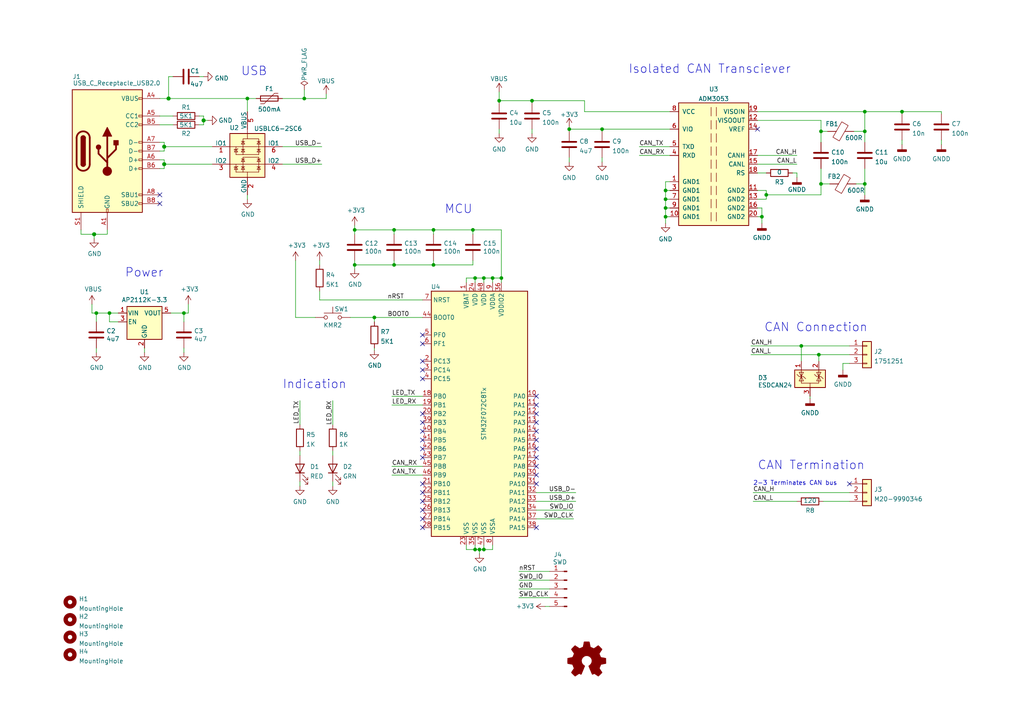
<source format=kicad_sch>
(kicad_sch (version 20210621) (generator eeschema)
  (paper "A4")
  (title_block (title "CANberry") (date "2021-10-02") (rev "0.1") (company "Josh Johnson") (comment 4 "Based on CANtact by Eric Evenchick and CANable Pro by Ethan Zonca"))
  (lib_symbols
    (symbol "Connector:Conn_01x05_Male" (pin_names (offset 1.016) hide)
      (property "Reference" "J" (at 0 7.62 0))
      (property "Value" "Conn_01x05_Male" (at 0 -7.62 0))
      (symbol "Conn_01x05_Male_1_1"
        (pin passive line (at 5.08 5.08 180) (length 3.81) (name "Pin_1") (number "1"))
        (pin passive line (at 5.08 2.54 180) (length 3.81) (name "Pin_2") (number "2"))
        (pin passive line (at 5.08 0 180) (length 3.81) (name "Pin_3") (number "3"))
        (pin passive line (at 5.08 -2.54 180) (length 3.81) (name "Pin_4") (number "4"))
        (pin passive line (at 5.08 -5.08 180) (length 3.81) (name "Pin_5") (number "5"))
      )
    )
    (symbol "Connector:USB_C_Receptacle_USB2.0" (pin_names (offset 1.016))
      (property "Reference" "J" (at -10.16 19.05 0))
      (property "Value" "USB_C_Receptacle_USB2.0" (at 19.05 19.05 0))
      (symbol "USB_C_Receptacle_USB2.0_1_1"
        (pin power_in line (at 0 -22.86 90) (length 5.08) (name "GND") (number "A1"))
        (pin passive line (at 0 -22.86 90) (length 5.08) hide (name "GND") (number "A12"))
        (pin power_in line (at 15.24 15.24 180) (length 5.08) (name "VBUS") (number "A4"))
        (pin bidirectional line (at 15.24 10.16 180) (length 5.08) (name "CC1") (number "A5"))
        (pin bidirectional line (at 15.24 -2.54 180) (length 5.08) (name "D+") (number "A6"))
        (pin bidirectional line (at 15.24 2.54 180) (length 5.08) (name "D-") (number "A7"))
        (pin bidirectional line (at 15.24 -12.7 180) (length 5.08) (name "SBU1") (number "A8"))
        (pin passive line (at 15.24 15.24 180) (length 5.08) hide (name "VBUS") (number "A9"))
        (pin passive line (at 0 -22.86 90) (length 5.08) hide (name "GND") (number "B1"))
        (pin passive line (at 0 -22.86 90) (length 5.08) hide (name "GND") (number "B12"))
        (pin passive line (at 15.24 15.24 180) (length 5.08) hide (name "VBUS") (number "B4"))
        (pin bidirectional line (at 15.24 7.62 180) (length 5.08) (name "CC2") (number "B5"))
        (pin bidirectional line (at 15.24 -5.08 180) (length 5.08) (name "D+") (number "B6"))
        (pin bidirectional line (at 15.24 0 180) (length 5.08) (name "D-") (number "B7"))
        (pin bidirectional line (at 15.24 -15.24 180) (length 5.08) (name "SBU2") (number "B8"))
        (pin passive line (at 15.24 15.24 180) (length 5.08) hide (name "VBUS") (number "B9"))
        (pin passive line (at -7.62 -22.86 90) (length 5.08) (name "SHIELD") (number "S1"))
      )
    )
    (symbol "Connector_Generic:Conn_01x03" (pin_names (offset 1.016) hide)
      (property "Reference" "J" (at 0 5.08 0))
      (property "Value" "Conn_01x03" (at 0 -5.08 0))
      (symbol "Conn_01x03_1_1"
        (pin passive line (at -5.08 2.54 0) (length 3.81) (name "Pin_1") (number "1"))
        (pin passive line (at -5.08 0 0) (length 3.81) (name "Pin_2") (number "2"))
        (pin passive line (at -5.08 -2.54 0) (length 3.81) (name "Pin_3") (number "3"))
      )
    )
    (symbol "Device:C" (pin_numbers hide) (pin_names (offset 0.254))
      (property "Reference" "C" (at 0.635 2.54 0))
      (property "Value" "C" (at 0.635 -2.54 0))
      (symbol "C_1_1"
        (pin passive line (at 0 3.81 270) (length 2.794) (name "~") (number "1"))
        (pin passive line (at 0 -3.81 90) (length 2.794) (name "~") (number "2"))
      )
    )
    (symbol "Device:Ferrite_Bead" (pin_numbers hide) (pin_names (offset 0))
      (property "Reference" "FB" (at -3.81 0.635 90))
      (property "Value" "Ferrite_Bead" (at 3.81 0 90))
      (symbol "Ferrite_Bead_1_1"
        (pin passive line (at 0 3.81 270) (length 2.54) (name "~") (number "1"))
        (pin passive line (at 0 -3.81 90) (length 2.54) (name "~") (number "2"))
      )
    )
    (symbol "Device:LED" (pin_numbers hide) (pin_names (offset 1.016) hide)
      (property "Reference" "D" (at 0 2.54 0))
      (property "Value" "LED" (at 0 -2.54 0))
      (symbol "LED_1_1"
        (pin passive line (at -3.81 0 0) (length 2.54) (name "K") (number "1"))
        (pin passive line (at 3.81 0 180) (length 2.54) (name "A") (number "2"))
      )
    )
    (symbol "Device:Polyfuse" (pin_numbers hide) (pin_names (offset 0))
      (property "Reference" "F" (at -2.54 0 90))
      (property "Value" "Polyfuse" (at 2.54 0 90))
      (symbol "Polyfuse_1_1"
        (pin passive line (at 0 3.81 270) (length 1.27) (name "~") (number "1"))
        (pin passive line (at 0 -3.81 90) (length 1.27) (name "~") (number "2"))
      )
    )
    (symbol "Device:R" (pin_numbers hide) (pin_names (offset 0))
      (property "Reference" "R" (at 2.032 0 90))
      (property "Value" "R" (at 0 0 90))
      (symbol "R_1_1"
        (pin passive line (at 0 3.81 270) (length 1.27) (name "~") (number "1"))
        (pin passive line (at 0 -3.81 90) (length 1.27) (name "~") (number "2"))
      )
    )
    (symbol "Graphic:Logo_Open_Hardware_Small" (pin_names (offset 1.016)))
    (symbol "Interface_CAN_LIN:ADM3053" (pin_names (offset 1.016))
      (property "Reference" "U" (at -10.16 19.05 0))
      (property "Value" "ADM3053" (at 10.16 19.05 0))
      (symbol "ADM3053_1_1"
        (pin power_in line (at -12.7 -5.08 0) (length 2.54) (name "GND1") (number "1"))
        (pin power_in line (at -12.7 -15.24 0) (length 2.54) (name "GND1") (number "10"))
        (pin power_in line (at 12.7 -7.62 180) (length 2.54) (name "GND2") (number "11"))
        (pin power_out line (at 12.7 12.7 180) (length 2.54) (name "VISOOUT") (number "12"))
        (pin power_in line (at 12.7 -10.16 180) (length 2.54) (name "GND2") (number "13"))
        (pin input line (at 12.7 10.16 180) (length 2.54) (name "VREF") (number "14"))
        (pin bidirectional line (at 12.7 0 180) (length 2.54) (name "CANL") (number "15"))
        (pin power_in line (at 12.7 -12.7 180) (length 2.54) (name "GND2") (number "16"))
        (pin bidirectional line (at 12.7 2.54 180) (length 2.54) (name "CANH") (number "17"))
        (pin input line (at 12.7 -2.54 180) (length 2.54) (name "RS") (number "18"))
        (pin power_in line (at 12.7 15.24 180) (length 2.54) (name "VISOIN") (number "19"))
        (pin no_connect line (at -2.54 -17.78 90) (length 2.54) hide (name "NC") (number "2"))
        (pin power_in line (at 12.7 -15.24 180) (length 2.54) (name "GND2") (number "20"))
        (pin power_in line (at -12.7 -7.62 0) (length 2.54) (name "GND1") (number "3"))
        (pin output line (at -12.7 2.54 0) (length 2.54) (name "RXD") (number "4"))
        (pin input line (at -12.7 5.08 0) (length 2.54) (name "TXD") (number "5"))
        (pin power_in line (at -12.7 10.16 0) (length 2.54) (name "VIO") (number "6"))
        (pin power_in line (at -12.7 -10.16 0) (length 2.54) (name "GND1") (number "7"))
        (pin power_in line (at -12.7 15.24 0) (length 2.54) (name "VCC") (number "8"))
        (pin power_in line (at -12.7 -12.7 0) (length 2.54) (name "GND1") (number "9"))
      )
    )
    (symbol "MCU_ST_STM32F0:STM32F072C8Tx"
      (property "Reference" "U" (at -15.24 36.83 0))
      (property "Value" "STM32F072C8Tx" (at 7.62 36.83 0))
      (symbol "STM32F072C8Tx_1_1"
        (pin power_in line (at -5.08 38.1 270) (length 2.54) (name "VBAT") (number "1"))
        (pin bidirectional line (at 15.24 5.08 180) (length 2.54) (name "PA0") (number "10"))
        (pin bidirectional line (at 15.24 2.54 180) (length 2.54) (name "PA1") (number "11"))
        (pin bidirectional line (at 15.24 0 180) (length 2.54) (name "PA2") (number "12"))
        (pin bidirectional line (at 15.24 -2.54 180) (length 2.54) (name "PA3") (number "13"))
        (pin bidirectional line (at 15.24 -5.08 180) (length 2.54) (name "PA4") (number "14"))
        (pin bidirectional line (at 15.24 -7.62 180) (length 2.54) (name "PA5") (number "15"))
        (pin bidirectional line (at 15.24 -10.16 180) (length 2.54) (name "PA6") (number "16"))
        (pin bidirectional line (at 15.24 -12.7 180) (length 2.54) (name "PA7") (number "17"))
        (pin bidirectional line (at -17.78 5.08 0) (length 2.54) (name "PB0") (number "18"))
        (pin bidirectional line (at -17.78 2.54 0) (length 2.54) (name "PB1") (number "19"))
        (pin bidirectional line (at -17.78 15.24 0) (length 2.54) (name "PC13") (number "2"))
        (pin bidirectional line (at -17.78 0 0) (length 2.54) (name "PB2") (number "20"))
        (pin bidirectional line (at -17.78 -20.32 0) (length 2.54) (name "PB10") (number "21"))
        (pin bidirectional line (at -17.78 -22.86 0) (length 2.54) (name "PB11") (number "22"))
        (pin power_in line (at -5.08 -38.1 90) (length 2.54) (name "VSS") (number "23"))
        (pin power_in line (at -2.54 38.1 270) (length 2.54) (name "VDD") (number "24"))
        (pin bidirectional line (at -17.78 -25.4 0) (length 2.54) (name "PB12") (number "25"))
        (pin bidirectional line (at -17.78 -27.94 0) (length 2.54) (name "PB13") (number "26"))
        (pin bidirectional line (at -17.78 -30.48 0) (length 2.54) (name "PB14") (number "27"))
        (pin bidirectional line (at -17.78 -33.02 0) (length 2.54) (name "PB15") (number "28"))
        (pin bidirectional line (at 15.24 -15.24 180) (length 2.54) (name "PA8") (number "29"))
        (pin bidirectional line (at -17.78 12.7 0) (length 2.54) (name "PC14") (number "3"))
        (pin bidirectional line (at 15.24 -17.78 180) (length 2.54) (name "PA9") (number "30"))
        (pin bidirectional line (at 15.24 -20.32 180) (length 2.54) (name "PA10") (number "31"))
        (pin bidirectional line (at 15.24 -22.86 180) (length 2.54) (name "PA11") (number "32"))
        (pin bidirectional line (at 15.24 -25.4 180) (length 2.54) (name "PA12") (number "33"))
        (pin bidirectional line (at 15.24 -27.94 180) (length 2.54) (name "PA13") (number "34"))
        (pin power_in line (at -2.54 -38.1 90) (length 2.54) (name "VSS") (number "35"))
        (pin power_in line (at 5.08 38.1 270) (length 2.54) (name "VDDIO2") (number "36"))
        (pin bidirectional line (at 15.24 -30.48 180) (length 2.54) (name "PA14") (number "37"))
        (pin bidirectional line (at 15.24 -33.02 180) (length 2.54) (name "PA15") (number "38"))
        (pin bidirectional line (at -17.78 -2.54 0) (length 2.54) (name "PB3") (number "39"))
        (pin bidirectional line (at -17.78 10.16 0) (length 2.54) (name "PC15") (number "4"))
        (pin bidirectional line (at -17.78 -5.08 0) (length 2.54) (name "PB4") (number "40"))
        (pin bidirectional line (at -17.78 -7.62 0) (length 2.54) (name "PB5") (number "41"))
        (pin bidirectional line (at -17.78 -10.16 0) (length 2.54) (name "PB6") (number "42"))
        (pin bidirectional line (at -17.78 -12.7 0) (length 2.54) (name "PB7") (number "43"))
        (pin input line (at -17.78 27.94 0) (length 2.54) (name "BOOT0") (number "44"))
        (pin bidirectional line (at -17.78 -15.24 0) (length 2.54) (name "PB8") (number "45"))
        (pin bidirectional line (at -17.78 -17.78 0) (length 2.54) (name "PB9") (number "46"))
        (pin power_in line (at 0 -38.1 90) (length 2.54) (name "VSS") (number "47"))
        (pin power_in line (at 0 38.1 270) (length 2.54) (name "VDD") (number "48"))
        (pin input line (at -17.78 22.86 0) (length 2.54) (name "PF0") (number "5"))
        (pin input line (at -17.78 20.32 0) (length 2.54) (name "PF1") (number "6"))
        (pin input line (at -17.78 33.02 0) (length 2.54) (name "NRST") (number "7"))
        (pin power_in line (at 2.54 -38.1 90) (length 2.54) (name "VSSA") (number "8"))
        (pin power_in line (at 2.54 38.1 270) (length 2.54) (name "VDDA") (number "9"))
      )
    )
    (symbol "Mechanical:MountingHole" (pin_names (offset 1.016))
      (property "Reference" "H" (at 0 5.08 0))
      (property "Value" "MountingHole" (at 0 3.175 0))
    )
    (symbol "Power_Protection:NUP2105L" (pin_names hide)
      (property "Reference" "D" (at 5.715 2.54 0))
      (property "Value" "NUP2105L" (at 5.715 0.635 0))
      (symbol "NUP2105L_0_0"
        (pin passive line (at 0 -5.08 90) (length 2.54) (name "A") (number "3"))
      )
      (symbol "NUP2105L_1_1"
        (pin passive line (at -2.54 5.08 270) (length 2.54) (name "K") (number "1"))
        (pin passive line (at 2.54 5.08 270) (length 2.54) (name "K") (number "2"))
      )
    )
    (symbol "Regulator_Linear:AP2112K-3.3" (pin_names (offset 0.254))
      (property "Reference" "U" (at -5.08 5.715 0))
      (property "Value" "AP2112K-3.3" (at 0 5.715 0))
      (symbol "AP2112K-3.3_1_1"
        (pin power_in line (at -7.62 2.54 0) (length 2.54) (name "VIN") (number "1"))
        (pin power_in line (at 0 -7.62 90) (length 2.54) (name "GND") (number "2"))
        (pin input line (at -7.62 0 0) (length 2.54) (name "EN") (number "3"))
        (pin no_connect line (at 7.62 0 180) (length 2.54) hide (name "NC") (number "4"))
        (pin power_out line (at 7.62 2.54 180) (length 2.54) (name "VOUT") (number "5"))
      )
    )
    (symbol "Switch:SW_Push" (pin_numbers hide) (pin_names (offset 1.016) hide)
      (property "Reference" "SW" (at 1.27 2.54 0))
      (property "Value" "SW_Push" (at 0 -1.524 0))
      (symbol "SW_Push_0_1"
        (pin passive line (at -5.08 0 0) (length 2.54) (name "1") (number "1"))
        (pin passive line (at 5.08 0 180) (length 2.54) (name "2") (number "2"))
      )
    )
    (symbol "josh-ic:USBLC6-2SC6" (pin_names (offset 0))
      (property "Reference" "U" (at -7.62 8.89 0))
      (property "Value" "USBLC6-2SC6" (at 7.62 7.62 0))
      (symbol "USBLC6-2SC6_1_1"
        (pin passive line (at -10.16 2.54 0) (length 5.08) (name "IO1") (number "1"))
        (pin passive line (at 0 -11.43 90) (length 5.08) (name "GND") (number "2"))
        (pin passive line (at -10.16 -2.54 0) (length 5.08) (name "IO2") (number "3"))
        (pin passive line (at 10.16 -2.54 180) (length 5.08) (name "IO2") (number "4"))
        (pin passive line (at 0 12.7 270) (length 5.08) (name "VBUS") (number "5"))
        (pin passive line (at 10.16 2.54 180) (length 5.08) (name "IO1") (number "6"))
      )
    )
    (symbol "power:+3V3" (power) (pin_names (offset 0))
      (property "Value" "+3V3" (at 0 3.556 0))
      (symbol "+3V3_1_1"
        (pin power_in line (at 0 0 90) (length 0) hide (name "+3V3") (number "1"))
      )
    )
    (symbol "power:GND" (power) (pin_names (offset 0))
      (property "Value" "GND" (at 0 -3.81 0))
      (symbol "GND_1_1"
        (pin power_in line (at 0 0 270) (length 0) hide (name "GND") (number "1"))
      )
    )
    (symbol "power:GNDD" (power) (pin_names (offset 0))
      (property "Value" "GNDD" (at 0 -3.175 0))
      (symbol "GNDD_1_1"
        (pin power_in line (at 0 0 270) (length 0) hide (name "GNDD") (number "1"))
      )
    )
    (symbol "power:PWR_FLAG" (power) (pin_numbers hide) (pin_names (offset 0) hide)
      (property "Value" "PWR_FLAG" (at 0 3.81 0))
      (symbol "PWR_FLAG_0_0"
        (pin power_out line (at 0 0 90) (length 0) (name "pwr") (number "1"))
      )
    )
    (symbol "power:VBUS" (power) (pin_names (offset 0))
      (property "Value" "VBUS" (at 0 3.81 0))
      (symbol "VBUS_1_1"
        (pin power_in line (at 0 0 90) (length 0) hide (name "VBUS") (number "1"))
      )
    )
  )
  (junction (at 27.305 67.945) (diameter 1.016))
  (junction (at 27.94 90.805))
  (junction (at 31.75 90.805))
  (junction (at 47.625 42.545) (diameter 1.016))
  (junction (at 47.625 47.625) (diameter 1.016))
  (junction (at 48.895 28.575) (diameter 1.016))
  (junction (at 53.34 90.805))
  (junction (at 59.055 34.925) (diameter 1.016))
  (junction (at 71.755 28.575))
  (junction (at 88.265 28.575))
  (junction (at 102.87 66.675))
  (junction (at 102.87 76.835))
  (junction (at 108.585 92.075))
  (junction (at 114.3 66.675))
  (junction (at 114.3 76.835))
  (junction (at 125.73 66.675))
  (junction (at 125.73 76.835))
  (junction (at 137.16 66.675))
  (junction (at 137.795 80.645))
  (junction (at 137.795 159.385))
  (junction (at 139.065 159.385))
  (junction (at 140.335 80.645))
  (junction (at 140.335 159.385))
  (junction (at 142.875 80.645))
  (junction (at 144.78 29.21))
  (junction (at 145.415 80.645))
  (junction (at 154.305 29.21))
  (junction (at 165.1 37.465))
  (junction (at 174.625 37.465))
  (junction (at 193.04 55.245))
  (junction (at 193.04 57.785))
  (junction (at 193.04 60.325))
  (junction (at 193.04 62.865))
  (junction (at 220.98 62.865))
  (junction (at 222.25 56.515))
  (junction (at 232.41 100.33))
  (junction (at 237.49 102.87))
  (junction (at 238.125 38.1))
  (junction (at 238.125 53.34))
  (junction (at 250.825 32.385))
  (junction (at 250.825 38.1))
  (junction (at 250.825 53.34))
  (junction (at 261.62 32.385))
  (no_connect (at 46.355 56.515))
  (no_connect (at 46.355 59.055))
  (no_connect (at 122.555 97.155))
  (no_connect (at 122.555 99.695))
  (no_connect (at 122.555 104.775))
  (no_connect (at 122.555 107.315))
  (no_connect (at 122.555 109.855))
  (no_connect (at 122.555 120.015))
  (no_connect (at 122.555 122.555))
  (no_connect (at 122.555 125.095))
  (no_connect (at 122.555 127.635))
  (no_connect (at 122.555 130.175))
  (no_connect (at 122.555 132.715))
  (no_connect (at 122.555 140.335))
  (no_connect (at 122.555 142.875))
  (no_connect (at 122.555 145.415))
  (no_connect (at 122.555 147.955))
  (no_connect (at 122.555 150.495))
  (no_connect (at 122.555 153.035))
  (no_connect (at 155.575 114.935))
  (no_connect (at 155.575 117.475))
  (no_connect (at 155.575 120.015))
  (no_connect (at 155.575 122.555))
  (no_connect (at 155.575 125.095))
  (no_connect (at 155.575 127.635))
  (no_connect (at 155.575 130.175))
  (no_connect (at 155.575 132.715))
  (no_connect (at 155.575 135.255))
  (no_connect (at 155.575 137.795))
  (no_connect (at 155.575 140.335))
  (no_connect (at 155.575 153.035))
  (no_connect (at 219.71 37.465))
  (no_connect (at 246.38 140.335))
  (wire (pts (xy 23.495 66.675) (xy 23.495 67.945)))
  (wire (pts (xy 23.495 67.945) (xy 27.305 67.945)))
  (wire (pts (xy 26.67 90.805) (xy 26.67 88.265)))
  (wire (pts (xy 27.305 67.945) (xy 31.115 67.945)))
  (wire (pts (xy 27.305 69.215) (xy 27.305 67.945)))
  (wire (pts (xy 27.94 90.805) (xy 26.67 90.805)))
  (wire (pts (xy 27.94 90.805) (xy 31.75 90.805)))
  (wire (pts (xy 27.94 93.345) (xy 27.94 90.805)))
  (wire (pts (xy 27.94 102.235) (xy 27.94 100.965)))
  (wire (pts (xy 31.115 67.945) (xy 31.115 66.675)))
  (wire (pts (xy 31.75 93.345) (xy 31.75 90.805)))
  (wire (pts (xy 34.29 90.805) (xy 31.75 90.805)))
  (wire (pts (xy 34.29 93.345) (xy 31.75 93.345)))
  (wire (pts (xy 41.91 100.965) (xy 41.91 102.235)))
  (wire (pts (xy 46.355 28.575) (xy 48.895 28.575)))
  (wire (pts (xy 46.355 41.275) (xy 47.625 41.275)))
  (wire (pts (xy 46.355 46.355) (xy 47.625 46.355)))
  (wire (pts (xy 47.625 41.275) (xy 47.625 42.545)))
  (wire (pts (xy 47.625 42.545) (xy 47.625 43.815)))
  (wire (pts (xy 47.625 42.545) (xy 61.595 42.545)))
  (wire (pts (xy 47.625 43.815) (xy 46.355 43.815)))
  (wire (pts (xy 47.625 46.355) (xy 47.625 47.625)))
  (wire (pts (xy 47.625 47.625) (xy 47.625 48.895)))
  (wire (pts (xy 47.625 47.625) (xy 61.595 47.625)))
  (wire (pts (xy 47.625 48.895) (xy 46.355 48.895)))
  (wire (pts (xy 48.895 22.225) (xy 48.895 28.575)))
  (wire (pts (xy 48.895 28.575) (xy 71.755 28.575)))
  (wire (pts (xy 49.53 90.805) (xy 53.34 90.805)))
  (wire (pts (xy 50.165 22.225) (xy 48.895 22.225)))
  (wire (pts (xy 50.165 33.655) (xy 46.355 33.655)))
  (wire (pts (xy 50.165 36.195) (xy 46.355 36.195)))
  (wire (pts (xy 53.34 90.805) (xy 54.61 90.805)))
  (wire (pts (xy 53.34 93.345) (xy 53.34 90.805)))
  (wire (pts (xy 53.34 102.235) (xy 53.34 100.965)))
  (wire (pts (xy 54.61 90.805) (xy 54.61 88.265)))
  (wire (pts (xy 57.785 22.225) (xy 59.055 22.225)))
  (wire (pts (xy 57.785 33.655) (xy 59.055 33.655)))
  (wire (pts (xy 57.785 36.195) (xy 59.055 36.195)))
  (wire (pts (xy 59.055 33.655) (xy 59.055 34.925)))
  (wire (pts (xy 59.055 34.925) (xy 59.055 36.195)))
  (wire (pts (xy 59.055 34.925) (xy 60.325 34.925)))
  (wire (pts (xy 71.755 28.575) (xy 71.755 32.385)))
  (wire (pts (xy 71.755 28.575) (xy 74.295 28.575)))
  (wire (pts (xy 71.755 56.515) (xy 71.755 57.785)))
  (wire (pts (xy 81.915 28.575) (xy 88.265 28.575)))
  (wire (pts (xy 81.915 42.545) (xy 93.345 42.545)))
  (wire (pts (xy 81.915 47.625) (xy 93.345 47.625)))
  (wire (pts (xy 85.725 75.565) (xy 85.725 92.075)))
  (wire (pts (xy 86.995 116.205) (xy 86.995 123.19)))
  (wire (pts (xy 86.995 130.81) (xy 86.995 132.08)))
  (wire (pts (xy 86.995 139.7) (xy 86.995 140.97)))
  (wire (pts (xy 88.265 26.035) (xy 88.265 28.575)))
  (wire (pts (xy 88.265 28.575) (xy 94.615 28.575)))
  (wire (pts (xy 91.44 92.075) (xy 85.725 92.075)))
  (wire (pts (xy 92.71 75.565) (xy 92.71 76.835)))
  (wire (pts (xy 92.71 84.455) (xy 92.71 86.995)))
  (wire (pts (xy 92.71 86.995) (xy 122.555 86.995)))
  (wire (pts (xy 94.615 28.575) (xy 94.615 27.305)))
  (wire (pts (xy 96.52 116.205) (xy 96.52 123.19)))
  (wire (pts (xy 96.52 130.81) (xy 96.52 132.08)))
  (wire (pts (xy 96.52 139.7) (xy 96.52 140.97)))
  (wire (pts (xy 101.6 92.075) (xy 108.585 92.075)))
  (wire (pts (xy 102.87 66.675) (xy 102.87 65.405)))
  (wire (pts (xy 102.87 66.675) (xy 102.87 67.945)))
  (wire (pts (xy 102.87 75.565) (xy 102.87 76.835)))
  (wire (pts (xy 102.87 76.835) (xy 114.3 76.835)))
  (wire (pts (xy 102.87 78.105) (xy 102.87 76.835)))
  (wire (pts (xy 108.585 92.075) (xy 122.555 92.075)))
  (wire (pts (xy 108.585 93.345) (xy 108.585 92.075)))
  (wire (pts (xy 108.585 100.965) (xy 108.585 101.6)))
  (wire (pts (xy 113.665 114.935) (xy 122.555 114.935)))
  (wire (pts (xy 113.665 117.475) (xy 122.555 117.475)))
  (wire (pts (xy 113.665 135.255) (xy 122.555 135.255)))
  (wire (pts (xy 113.665 137.795) (xy 122.555 137.795)))
  (wire (pts (xy 114.3 66.675) (xy 102.87 66.675)))
  (wire (pts (xy 114.3 66.675) (xy 114.3 67.945)))
  (wire (pts (xy 114.3 75.565) (xy 114.3 76.835)))
  (wire (pts (xy 114.3 76.835) (xy 125.73 76.835)))
  (wire (pts (xy 125.73 66.675) (xy 114.3 66.675)))
  (wire (pts (xy 125.73 67.945) (xy 125.73 66.675)))
  (wire (pts (xy 125.73 75.565) (xy 125.73 76.835)))
  (wire (pts (xy 125.73 76.835) (xy 137.16 76.835)))
  (wire (pts (xy 135.255 80.645) (xy 137.795 80.645)))
  (wire (pts (xy 135.255 81.915) (xy 135.255 80.645)))
  (wire (pts (xy 135.255 158.115) (xy 135.255 159.385)))
  (wire (pts (xy 135.255 159.385) (xy 137.795 159.385)))
  (wire (pts (xy 137.16 66.675) (xy 125.73 66.675)))
  (wire (pts (xy 137.16 66.675) (xy 137.16 67.945)))
  (wire (pts (xy 137.16 66.675) (xy 145.415 66.675)))
  (wire (pts (xy 137.16 76.835) (xy 137.16 75.565)))
  (wire (pts (xy 137.795 80.645) (xy 140.335 80.645)))
  (wire (pts (xy 137.795 81.915) (xy 137.795 80.645)))
  (wire (pts (xy 137.795 158.115) (xy 137.795 159.385)))
  (wire (pts (xy 137.795 159.385) (xy 139.065 159.385)))
  (wire (pts (xy 139.065 159.385) (xy 140.335 159.385)))
  (wire (pts (xy 139.065 160.655) (xy 139.065 159.385)))
  (wire (pts (xy 140.335 80.645) (xy 142.875 80.645)))
  (wire (pts (xy 140.335 81.915) (xy 140.335 80.645)))
  (wire (pts (xy 140.335 158.115) (xy 140.335 159.385)))
  (wire (pts (xy 140.335 159.385) (xy 142.875 159.385)))
  (wire (pts (xy 142.875 80.645) (xy 145.415 80.645)))
  (wire (pts (xy 142.875 81.915) (xy 142.875 80.645)))
  (wire (pts (xy 142.875 159.385) (xy 142.875 158.115)))
  (wire (pts (xy 144.78 26.67) (xy 144.78 29.21)))
  (wire (pts (xy 144.78 29.21) (xy 144.78 29.845)))
  (wire (pts (xy 144.78 37.465) (xy 144.78 38.735)))
  (wire (pts (xy 145.415 66.675) (xy 145.415 80.645)))
  (wire (pts (xy 145.415 80.645) (xy 145.415 81.915)))
  (wire (pts (xy 150.495 168.275) (xy 159.385 168.275)))
  (wire (pts (xy 150.495 173.355) (xy 159.385 173.355)))
  (wire (pts (xy 154.305 29.21) (xy 144.78 29.21)))
  (wire (pts (xy 154.305 29.21) (xy 154.305 29.845)))
  (wire (pts (xy 154.305 29.21) (xy 169.545 29.21)))
  (wire (pts (xy 154.305 37.465) (xy 154.305 38.735)))
  (wire (pts (xy 155.575 142.875) (xy 167.005 142.875)))
  (wire (pts (xy 155.575 145.415) (xy 167.005 145.415)))
  (wire (pts (xy 155.575 147.955) (xy 166.37 147.955)))
  (wire (pts (xy 155.575 150.495) (xy 166.37 150.495)))
  (wire (pts (xy 159.385 165.735) (xy 150.495 165.735)))
  (wire (pts (xy 159.385 170.815) (xy 150.495 170.815)))
  (wire (pts (xy 159.385 175.895) (xy 158.115 175.895)))
  (wire (pts (xy 165.1 36.83) (xy 165.1 37.465)))
  (wire (pts (xy 165.1 37.465) (xy 165.1 38.1)))
  (wire (pts (xy 165.1 45.72) (xy 165.1 46.99)))
  (wire (pts (xy 169.545 29.21) (xy 169.545 32.385)))
  (wire (pts (xy 169.545 32.385) (xy 194.31 32.385)))
  (wire (pts (xy 174.625 37.465) (xy 165.1 37.465)))
  (wire (pts (xy 174.625 37.465) (xy 174.625 38.1)))
  (wire (pts (xy 174.625 37.465) (xy 194.31 37.465)))
  (wire (pts (xy 174.625 45.72) (xy 174.625 46.99)))
  (wire (pts (xy 185.42 42.545) (xy 194.31 42.545)))
  (wire (pts (xy 185.42 45.085) (xy 194.31 45.085)))
  (wire (pts (xy 193.04 52.705) (xy 193.04 55.245)))
  (wire (pts (xy 193.04 55.245) (xy 193.04 57.785)))
  (wire (pts (xy 193.04 55.245) (xy 194.31 55.245)))
  (wire (pts (xy 193.04 57.785) (xy 193.04 60.325)))
  (wire (pts (xy 193.04 57.785) (xy 194.31 57.785)))
  (wire (pts (xy 193.04 60.325) (xy 193.04 62.865)))
  (wire (pts (xy 193.04 60.325) (xy 194.31 60.325)))
  (wire (pts (xy 193.04 62.865) (xy 193.04 64.77)))
  (wire (pts (xy 193.04 62.865) (xy 194.31 62.865)))
  (wire (pts (xy 194.31 52.705) (xy 193.04 52.705)))
  (wire (pts (xy 217.805 100.33) (xy 232.41 100.33)))
  (wire (pts (xy 217.805 102.87) (xy 237.49 102.87)))
  (wire (pts (xy 218.44 142.875) (xy 246.38 142.875)))
  (wire (pts (xy 218.44 145.415) (xy 231.14 145.415)))
  (wire (pts (xy 219.71 32.385) (xy 250.825 32.385)))
  (wire (pts (xy 219.71 45.085) (xy 231.14 45.085)))
  (wire (pts (xy 219.71 47.625) (xy 231.14 47.625)))
  (wire (pts (xy 219.71 50.165) (xy 222.25 50.165)))
  (wire (pts (xy 219.71 55.245) (xy 222.25 55.245)))
  (wire (pts (xy 219.71 57.785) (xy 222.25 57.785)))
  (wire (pts (xy 219.71 60.325) (xy 220.98 60.325)))
  (wire (pts (xy 219.71 62.865) (xy 220.98 62.865)))
  (wire (pts (xy 220.98 62.865) (xy 220.98 60.325)))
  (wire (pts (xy 220.98 64.77) (xy 220.98 62.865)))
  (wire (pts (xy 222.25 55.245) (xy 222.25 56.515)))
  (wire (pts (xy 222.25 56.515) (xy 222.25 57.785)))
  (wire (pts (xy 222.25 56.515) (xy 238.125 56.515)))
  (wire (pts (xy 231.14 50.165) (xy 229.87 50.165)))
  (wire (pts (xy 231.14 51.435) (xy 231.14 50.165)))
  (wire (pts (xy 232.41 100.33) (xy 232.41 104.775)))
  (wire (pts (xy 232.41 100.33) (xy 246.38 100.33)))
  (wire (pts (xy 234.95 114.935) (xy 234.95 115.57)))
  (wire (pts (xy 237.49 102.87) (xy 237.49 104.775)))
  (wire (pts (xy 237.49 102.87) (xy 246.38 102.87)))
  (wire (pts (xy 238.125 34.925) (xy 219.71 34.925)))
  (wire (pts (xy 238.125 38.1) (xy 238.125 34.925)))
  (wire (pts (xy 238.125 38.1) (xy 238.125 41.275)))
  (wire (pts (xy 238.125 48.895) (xy 238.125 53.34)))
  (wire (pts (xy 238.125 53.34) (xy 240.665 53.34)))
  (wire (pts (xy 238.125 56.515) (xy 238.125 53.34)))
  (wire (pts (xy 238.76 145.415) (xy 246.38 145.415)))
  (wire (pts (xy 240.03 38.1) (xy 238.125 38.1)))
  (wire (pts (xy 244.475 105.41) (xy 244.475 107.315)))
  (wire (pts (xy 246.38 105.41) (xy 244.475 105.41)))
  (wire (pts (xy 248.285 53.34) (xy 250.825 53.34)))
  (wire (pts (xy 250.825 32.385) (xy 250.825 38.1)))
  (wire (pts (xy 250.825 32.385) (xy 261.62 32.385)))
  (wire (pts (xy 250.825 38.1) (xy 247.65 38.1)))
  (wire (pts (xy 250.825 41.275) (xy 250.825 38.1)))
  (wire (pts (xy 250.825 53.34) (xy 250.825 48.895)))
  (wire (pts (xy 250.825 53.34) (xy 250.825 56.515)))
  (wire (pts (xy 261.62 32.385) (xy 261.62 33.02)))
  (wire (pts (xy 261.62 40.64) (xy 261.62 41.91)))
  (wire (pts (xy 273.05 32.385) (xy 261.62 32.385)))
  (wire (pts (xy 273.05 33.02) (xy 273.05 32.385)))
  (wire (pts (xy 273.05 40.64) (xy 273.05 41.91)))
  (text "Power" (at 36.195 80.645 0) (effects (font (size 2.5 2.5)) (justify left bottom)))
  (text "USB" (at 69.85 22.225 0) (effects (font (size 2.5 2.5)) (justify left bottom)))
  (text "Indication" (at 81.915 113.03 0) (effects (font (size 2.5 2.5)) (justify left bottom)))
  (text "MCU" (at 128.905 62.23 0) (effects (font (size 2.5 2.5)) (justify left bottom)))
  (text "Isolated CAN Transciever" (at 182.245 21.59 0) (effects (font (size 2.5 2.5)) (justify left bottom)))
  (text "2-3 Terminates CAN bus" (at 218.44 140.97 0) (effects (font (size 1.27 1.27)) (justify left bottom)))
  (text "CAN Termination" (at 219.71 136.525 0) (effects (font (size 2.5 2.5)) (justify left bottom)))
  (text "CAN Connection" (at 221.615 96.52 0) (effects (font (size 2.5 2.5)) (justify left bottom)))
  (label "LED_TX" (at 86.995 116.205 270))
  (label "USB_D-" (at 93.345 42.545 180))
  (label "USB_D+" (at 93.345 47.625 180))
  (label "LED_RX" (at 96.52 116.205 270))
  (label "nRST" (at 112.395 86.995 0))
  (label "BOOT0" (at 112.395 92.075 0))
  (label "LED_TX" (at 113.665 114.935 0))
  (label "LED_RX" (at 113.665 117.475 0))
  (label "CAN_RX" (at 113.665 135.255 0))
  (label "CAN_TX" (at 113.665 137.795 0))
  (label "nRST" (at 150.495 165.735 0))
  (label "SWD_IO" (at 150.495 168.275 0))
  (label "GND" (at 150.495 170.815 0))
  (label "SWD_CLK" (at 150.495 173.355 0))
  (label "SWD_IO" (at 166.37 147.955 180))
  (label "SWD_CLK" (at 166.37 150.495 180))
  (label "USB_D-" (at 167.005 142.875 180))
  (label "USB_D+" (at 167.005 145.415 180))
  (label "CAN_TX" (at 185.42 42.545 0))
  (label "CAN_RX" (at 185.42 45.085 0))
  (label "CAN_H" (at 217.805 100.33 0))
  (label "CAN_L" (at 217.805 102.87 0))
  (label "CAN_H" (at 218.44 142.875 0))
  (label "CAN_L" (at 218.44 145.415 0))
  (label "CAN_H" (at 231.14 45.085 180))
  (label "CAN_L" (at 231.14 47.625 180))
  (symbol (lib_id "power:VBUS") (at 26.67 88.265 0) (unit 1)
    (property "Reference" "#PWR0125" (effects hide))
    (property "Value" "VBUS" (at 27.051 83.8708 0))
  )
  (symbol (lib_id "power:+3V3") (at 54.61 88.265 0) (unit 1)
    (property "Reference" "#PWR0124" (effects hide))
    (property "Value" "+3V3" (at 54.991 83.8708 0))
  )
  (symbol (lib_id "power:+3V3") (at 85.725 75.565 0) (unit 1)
    (property "Reference" "#PWR0107" (effects hide))
    (property "Value" "+3V3" (at 86.106 71.1708 0))
  )
  (symbol (lib_id "power:+3V3") (at 92.71 75.565 0) (unit 1)
    (property "Reference" "#PWR0106" (effects hide))
    (property "Value" "+3V3" (at 93.091 71.1708 0))
  )
  (symbol (lib_id "power:VBUS") (at 94.615 27.305 0) (unit 1)
    (property "Reference" "#PWR0104" (effects hide))
    (property "Value" "VBUS" (at 94.615 23.495 0))
  )
  (symbol (lib_id "power:+3V3") (at 102.87 65.405 0) (unit 1)
    (property "Reference" "#PWR0112" (effects hide))
    (property "Value" "+3V3" (at 103.251 61.0108 0))
  )
  (symbol (lib_id "power:VBUS") (at 144.78 26.67 0) (unit 1)
    (property "Reference" "#PWR0126" (effects hide))
    (property "Value" "VBUS" (at 144.78 22.86 0))
  )
  (symbol (lib_id "power:+3V3") (at 158.115 175.895 90) (mirror x) (unit 1)
    (property "Reference" "#PWR0114" (effects hide))
    (property "Value" "+3V3" (at 154.9399 175.104 90) (effects (justify left top)))
  )
  (symbol (lib_id "power:+3V3") (at 165.1 36.83 0) (unit 1)
    (property "Reference" "#PWR0118" (effects hide))
    (property "Value" "+3V3" (at 165.1 33.2254 0))
  )
  (symbol (lib_id "power:PWR_FLAG") (at 88.265 26.035 0) (unit 1)
    (property "Reference" "#FLG0101" (effects hide))
    (property "Value" "PWR_FLAG" (at 88.265 18.6204 90))
  )
  (symbol (lib_id "power:GNDD") (at 220.98 64.77 0) (unit 1)
    (property "Reference" "#PWR0116" (effects hide))
    (property "Value" "GNDD" (at 220.98 68.9516 0))
  )
  (symbol (lib_id "power:GNDD") (at 231.14 51.435 0) (unit 1)
    (property "Reference" "#PWR0128" (effects hide))
    (property "Value" "GNDD" (at 231.14 54.9816 0))
  )
  (symbol (lib_id "power:GNDD") (at 234.95 115.57 0) (unit 1)
    (property "Reference" "#PWR0129" (effects hide))
    (property "Value" "GNDD" (at 234.95 119.7516 0))
  )
  (symbol (lib_id "power:GNDD") (at 244.475 107.315 0) (unit 1)
    (property "Reference" "#PWR0130" (effects hide))
    (property "Value" "GNDD" (at 244.475 111.4966 0))
  )
  (symbol (lib_id "power:GNDD") (at 250.825 56.515 0) (unit 1)
    (property "Reference" "#PWR0133" (effects hide))
    (property "Value" "GNDD" (at 250.825 60.6966 0))
  )
  (symbol (lib_id "power:GNDD") (at 261.62 41.91 0) (unit 1)
    (property "Reference" "#PWR0132" (effects hide))
    (property "Value" "GNDD" (at 261.62 46.0916 0))
  )
  (symbol (lib_id "power:GNDD") (at 273.05 41.91 0) (unit 1)
    (property "Reference" "#PWR0131" (effects hide))
    (property "Value" "GNDD" (at 273.05 46.0916 0))
  )
  (symbol (lib_id "power:GND") (at 27.305 69.215 0) (unit 1)
    (property "Reference" "#PWR0101" (effects hide))
    (property "Value" "GND" (at 27.432 73.6092 0))
  )
  (symbol (lib_id "power:GND") (at 27.94 102.235 0) (unit 1)
    (property "Reference" "#PWR0122" (effects hide))
    (property "Value" "GND" (at 28.067 106.6292 0))
  )
  (symbol (lib_id "power:GND") (at 41.91 102.235 0) (unit 1)
    (property "Reference" "#PWR0123" (effects hide))
    (property "Value" "GND" (at 42.037 106.6292 0))
  )
  (symbol (lib_id "power:GND") (at 53.34 102.235 0) (unit 1)
    (property "Reference" "#PWR0121" (effects hide))
    (property "Value" "GND" (at 53.467 106.6292 0))
  )
  (symbol (lib_id "power:GND") (at 59.055 22.225 90) (unit 1)
    (property "Reference" "#PWR0105" (effects hide))
    (property "Value" "GND" (at 62.2301 22.704 90) (effects (justify right)))
  )
  (symbol (lib_id "power:GND") (at 60.325 34.925 90) (unit 1)
    (property "Reference" "#PWR0102" (effects hide))
    (property "Value" "GND" (at 65.405 34.925 90))
  )
  (symbol (lib_id "power:GND") (at 71.755 57.785 0) (unit 1)
    (property "Reference" "#PWR0103" (effects hide))
    (property "Value" "GND" (at 71.882 62.1792 0))
  )
  (symbol (lib_id "power:GND") (at 86.995 140.97 0) (unit 1)
    (property "Reference" "#PWR0108" (effects hide))
    (property "Value" "GND" (at 86.995 145.5326 0))
  )
  (symbol (lib_id "power:GND") (at 96.52 140.97 0) (unit 1)
    (property "Reference" "#PWR0109" (effects hide))
    (property "Value" "GND" (at 96.52 145.5326 0))
  )
  (symbol (lib_id "power:GND") (at 102.87 78.105 0) (unit 1)
    (property "Reference" "#PWR0111" (effects hide))
    (property "Value" "GND" (at 102.997 82.4992 0))
  )
  (symbol (lib_id "power:GND") (at 108.585 101.6 0) (unit 1)
    (property "Reference" "#PWR0110" (effects hide))
    (property "Value" "GND" (at 108.712 105.9942 0))
  )
  (symbol (lib_id "power:GND") (at 139.065 160.655 0) (unit 1)
    (property "Reference" "#PWR0113" (effects hide))
    (property "Value" "GND" (at 139.192 165.0492 0))
  )
  (symbol (lib_id "power:GND") (at 144.78 38.735 0) (unit 1)
    (property "Reference" "#PWR0127" (effects hide))
    (property "Value" "GND" (at 144.78 43.2976 0))
  )
  (symbol (lib_id "power:GND") (at 154.305 38.735 0) (unit 1)
    (property "Reference" "#PWR0119" (effects hide))
    (property "Value" "GND" (at 154.305 43.2976 0))
  )
  (symbol (lib_id "power:GND") (at 165.1 46.99 0) (unit 1)
    (property "Reference" "#PWR0120" (effects hide))
    (property "Value" "GND" (at 165.1 51.5526 0))
  )
  (symbol (lib_id "power:GND") (at 174.625 46.99 0) (unit 1)
    (property "Reference" "#PWR0117" (effects hide))
    (property "Value" "GND" (at 174.625 51.5526 0))
  )
  (symbol (lib_id "power:GND") (at 193.04 64.77 0) (unit 1)
    (property "Reference" "#PWR0115" (effects hide))
    (property "Value" "GND" (at 193.04 69.3326 0))
  )
  (symbol (lib_id "Mechanical:MountingHole") (at 20.32 174.625 0) (unit 1) (in_bom no)
    (property "Reference" "H1" (at 22.8601 173.7165 0) (effects (justify left)))
    (property "Value" "MountingHole" (at 22.8601 176.4916 0) (effects (justify left)))
    (property "Footprint" "MountingHole:MountingHole_3.2mm_M3" (effects hide))
    (property "DNP" "DNP" (effects hide))
  )
  (symbol (lib_id "Mechanical:MountingHole") (at 20.32 179.705 0) (unit 1) (in_bom no)
    (property "Reference" "H2" (at 22.8601 178.7965 0) (effects (justify left)))
    (property "Value" "MountingHole" (at 22.8601 181.5716 0) (effects (justify left)))
    (property "Footprint" "MountingHole:MountingHole_3.2mm_M3" (effects hide))
    (property "DNP" "DNP" (effects hide))
  )
  (symbol (lib_id "Mechanical:MountingHole") (at 20.32 184.785 0) (unit 1) (in_bom no)
    (property "Reference" "H3" (at 22.8601 183.8765 0) (effects (justify left)))
    (property "Value" "MountingHole" (at 22.8601 186.6516 0) (effects (justify left)))
    (property "Footprint" "MountingHole:MountingHole_3.2mm_M3" (effects hide))
    (property "DNP" "DNP" (effects hide))
  )
  (symbol (lib_id "Mechanical:MountingHole") (at 20.32 189.865 0) (unit 1) (in_bom no)
    (property "Reference" "H4" (at 22.8601 188.9565 0) (effects (justify left)))
    (property "Value" "MountingHole" (at 22.8601 191.7316 0) (effects (justify left)))
    (property "Footprint" "MountingHole:MountingHole_3.2mm_M3" (effects hide))
    (property "DNP" "DNP" (effects hide))
  )
  (symbol (lib_id "Device:R") (at 53.975 33.655 270) (unit 1)
    (property "Reference" "R1" (at 53.975 31.115 90))
    (property "Value" "5K1" (at 53.975 33.655 90))
    (property "Footprint" "Resistor_SMD:R_0603_1608Metric" (effects hide))
  )
  (symbol (lib_id "Device:R") (at 53.975 36.195 270) (unit 1)
    (property "Reference" "R2" (at 53.975 38.735 90))
    (property "Value" "5K1" (at 53.975 36.195 90))
    (property "Footprint" "Resistor_SMD:R_0603_1608Metric" (effects hide))
  )
  (symbol (lib_id "Device:R") (at 86.995 127 0) (unit 1)
    (property "Reference" "R5" (at 88.7731 126.0915 0) (effects (justify left)))
    (property "Value" "1K" (at 88.7731 128.8666 0) (effects (justify left)))
    (property "Footprint" "Resistor_SMD:R_0603_1608Metric" (effects hide))
  )
  (symbol (lib_id "Device:R") (at 92.71 80.645 0) (unit 1)
    (property "Reference" "R4" (at 94.4881 79.7365 0) (effects (justify left)))
    (property "Value" "5K1" (at 94.4881 82.5116 0) (effects (justify left)))
    (property "Footprint" "Resistor_SMD:R_0603_1608Metric" (effects hide))
  )
  (symbol (lib_id "Device:R") (at 96.52 127 0) (unit 1)
    (property "Reference" "R6" (at 98.2981 126.0915 0) (effects (justify left)))
    (property "Value" "1K" (at 98.2981 128.8666 0) (effects (justify left)))
    (property "Footprint" "Resistor_SMD:R_0603_1608Metric" (effects hide))
  )
  (symbol (lib_id "Device:R") (at 108.585 97.155 0) (unit 1)
    (property "Reference" "R7" (at 110.3631 96.2465 0) (effects (justify left)))
    (property "Value" "5K1" (at 110.3631 99.0216 0) (effects (justify left)))
    (property "Footprint" "Resistor_SMD:R_0603_1608Metric" (effects hide))
  )
  (symbol (lib_id "Device:R") (at 226.06 50.165 90) (unit 1)
    (property "Reference" "R3" (at 226.06 52.8024 90))
    (property "Value" "0" (at 226.06 49.2275 90) (effects (justify bottom)))
    (property "Footprint" "Resistor_SMD:R_0603_1608Metric" (effects hide))
  )
  (symbol (lib_id "Device:R") (at 234.95 145.415 90) (unit 1)
    (property "Reference" "R8" (at 234.95 148.0524 90))
    (property "Value" "120" (at 234.95 144.4775 90) (effects (justify bottom)))
    (property "Footprint" "Resistor_SMD:R_0603_1608Metric" (effects hide))
  )
  (symbol (lib_id "Device:Polyfuse") (at 78.105 28.575 90) (unit 1)
    (property "Reference" "F1" (at 78.105 25.7514 90))
    (property "Value" "500mA" (at 78.105 31.7015 90))
    (property "Footprint" "josh-passives-smt:Fuse_0603_1608Metric" (effects hide))
  )
  (symbol (lib_id "Device:LED") (at 86.995 135.89 90) (unit 1)
    (property "Reference" "D1" (at 89.9161 135.3625 90) (effects (justify right)))
    (property "Value" "RED" (at 89.9161 138.1376 90) (effects (justify right)))
    (property "Footprint" "LED_SMD:LED_0603_1608Metric" (effects hide))
  )
  (symbol (lib_id "Device:LED") (at 96.52 135.89 90) (unit 1)
    (property "Reference" "D2" (at 99.4411 135.3625 90) (effects (justify right)))
    (property "Value" "GRN" (at 99.4411 138.1376 90) (effects (justify right)))
    (property "Footprint" "LED_SMD:LED_0603_1608Metric" (effects hide))
  )
  (symbol (lib_id "Device:C") (at 27.94 97.155 180) (unit 1)
    (property "Reference" "C2" (at 30.861 95.9866 0) (effects (justify right)))
    (property "Value" "4u7" (at 30.861 98.298 0) (effects (justify right)))
    (property "Footprint" "Capacitor_SMD:C_0603_1608Metric" (effects hide))
    (property "DigiKey" "1276-1866-1-ND \r" (effects hide))
  )
  (symbol (lib_id "Device:C") (at 53.34 97.155 180) (unit 1)
    (property "Reference" "C3" (at 56.261 95.9866 0) (effects (justify right)))
    (property "Value" "4u7" (at 56.261 98.298 0) (effects (justify right)))
    (property "Footprint" "Capacitor_SMD:C_0603_1608Metric" (effects hide))
    (property "DigiKey" "1276-1866-1-ND \r" (effects hide))
  )
  (symbol (lib_id "Device:C") (at 53.975 22.225 90) (unit 1)
    (property "Reference" "C1" (at 57.8866 20.574 90) (effects (justify left)))
    (property "Value" "4u7" (at 58.928 24.384 90) (effects (justify left)))
    (property "Footprint" "Capacitor_SMD:C_0603_1608Metric" (effects hide))
  )
  (symbol (lib_id "Device:C") (at 102.87 71.755 0) (unit 1)
    (property "Reference" "C12" (at 105.791 70.5866 0) (effects (justify left)))
    (property "Value" "100n" (at 105.791 72.898 0) (effects (justify left)))
    (property "Footprint" "Capacitor_SMD:C_0603_1608Metric" (effects hide))
    (property "DigiKey" "1276-1000-1-ND\r" (effects hide))
  )
  (symbol (lib_id "Device:C") (at 114.3 71.755 0) (unit 1)
    (property "Reference" "C13" (at 117.221 70.5866 0) (effects (justify left)))
    (property "Value" "100n" (at 117.221 72.898 0) (effects (justify left)))
    (property "Footprint" "Capacitor_SMD:C_0603_1608Metric" (effects hide))
    (property "DigiKey" "1276-1000-1-ND\r" (effects hide))
  )
  (symbol (lib_id "Device:C") (at 125.73 71.755 0) (unit 1)
    (property "Reference" "C14" (at 128.651 70.5866 0) (effects (justify left)))
    (property "Value" "100n" (at 128.651 72.898 0) (effects (justify left)))
    (property "Footprint" "Capacitor_SMD:C_0603_1608Metric" (effects hide))
    (property "DigiKey" "1276-1000-1-ND\r" (effects hide))
  )
  (symbol (lib_id "Device:C") (at 137.16 71.755 0) (unit 1)
    (property "Reference" "C15" (at 140.081 70.5866 0) (effects (justify left)))
    (property "Value" "100n" (at 140.081 72.898 0) (effects (justify left)))
    (property "Footprint" "Capacitor_SMD:C_0603_1608Metric" (effects hide))
    (property "DigiKey" "1276-1000-1-ND\r" (effects hide))
  )
  (symbol (lib_id "Device:C") (at 144.78 33.655 0) (unit 1)
    (property "Reference" "C4" (at 147.7011 32.7465 0) (effects (justify left)))
    (property "Value" "10u" (at 147.7011 35.5216 0) (effects (justify left)))
    (property "Footprint" "Capacitor_SMD:C_0805_2012Metric" (effects hide))
    (property "LCSC" "C84416" (effects hide))
    (property "MPN" "GRM21BR61E106KA73L" (effects hide))
    (property "Manufacturer" "Murata Electronics" (effects hide))
  )
  (symbol (lib_id "Device:C") (at 154.305 33.655 0) (unit 1)
    (property "Reference" "C5" (at 157.2261 32.7465 0) (effects (justify left)))
    (property "Value" "100n" (at 157.2261 35.5216 0) (effects (justify left)))
    (property "Footprint" "Capacitor_SMD:C_0603_1608Metric" (effects hide))
  )
  (symbol (lib_id "Device:C") (at 165.1 41.91 0) (unit 1)
    (property "Reference" "C8" (at 168.0211 41.0015 0) (effects (justify left)))
    (property "Value" "4u7" (at 168.0211 43.7766 0) (effects (justify left)))
    (property "Footprint" "Capacitor_SMD:C_0603_1608Metric" (effects hide))
  )
  (symbol (lib_id "Device:C") (at 174.625 41.91 0) (unit 1)
    (property "Reference" "C9" (at 177.5461 41.0015 0) (effects (justify left)))
    (property "Value" "100n" (at 177.5461 43.7766 0) (effects (justify left)))
    (property "Footprint" "Capacitor_SMD:C_0603_1608Metric" (effects hide))
  )
  (symbol (lib_id "Device:C") (at 238.125 45.085 0) (unit 1)
    (property "Reference" "C10" (at 241.0461 44.1765 0) (effects (justify left)))
    (property "Value" "100n" (at 241.0461 46.9516 0) (effects (justify left)))
    (property "Footprint" "Capacitor_SMD:C_0603_1608Metric" (effects hide))
  )
  (symbol (lib_id "Device:C") (at 250.825 45.085 0) (unit 1)
    (property "Reference" "C11" (at 253.7461 44.1765 0) (effects (justify left)))
    (property "Value" "10u" (at 253.7461 46.9516 0) (effects (justify left)))
    (property "Footprint" "Capacitor_SMD:C_0805_2012Metric" (effects hide))
    (property "LCSC" "C84416" (effects hide))
    (property "MPN" "GRM21BR61E106KA73L" (effects hide))
    (property "Manufacturer" "Murata Electronics" (effects hide))
  )
  (symbol (lib_id "Device:C") (at 261.62 36.83 0) (unit 1)
    (property "Reference" "C6" (at 264.5411 35.9215 0) (effects (justify left)))
    (property "Value" "10n" (at 264.5411 38.6966 0) (effects (justify left)))
    (property "Footprint" "Capacitor_SMD:C_0603_1608Metric" (effects hide))
  )
  (symbol (lib_id "Device:C") (at 273.05 36.83 0) (unit 1)
    (property "Reference" "C7" (at 275.9711 35.9215 0) (effects (justify left)))
    (property "Value" "100n" (at 275.9711 38.6966 0) (effects (justify left)))
    (property "Footprint" "Capacitor_SMD:C_0603_1608Metric" (effects hide))
  )
  (symbol (lib_id "Switch:SW_Push") (at 96.52 92.075 0) (unit 1)
    (property "Reference" "SW1" (at 99.06 89.6324 0))
    (property "Value" "KMR2" (at 96.52 94.3125 0))
    (property "Footprint" "josh-buttons-switches:SW_Push_KMR2" (effects hide))
    (property "LCSC" "C72443" (effects hide))
    (property "MPN" "KMR221GLFS" (effects hide))
    (property "Manufacturer" "C&K" (effects hide))
  )
  (symbol (lib_id "Device:Ferrite_Bead") (at 243.84 38.1 90) (unit 1)
    (property "Reference" "FB1" (at 241.3 35.9368 90))
    (property "Value" "600R" (at 247.65 39.9819 90))
    (property "Footprint" "josh-passives-smt:Ferrite_Bead_0603" (effects hide))
  )
  (symbol (lib_id "Device:Ferrite_Bead") (at 244.475 53.34 90) (unit 1)
    (property "Reference" "FB2" (at 241.935 51.1768 90))
    (property "Value" "600R" (at 248.285 55.2219 90))
    (property "Footprint" "josh-passives-smt:Ferrite_Bead_0603" (effects hide))
  )
  (symbol (lib_id "Connector_Generic:Conn_01x03") (at 251.46 102.87 0) (unit 1)
    (property "Reference" "J2" (at 253.4921 101.9615 0) (effects (justify left)))
    (property "Value" "1751251" (at 253.4921 104.7366 0) (effects (justify left)))
    (property "Footprint" "josh-connectors:TerminalBlock_393570003_1x03_P3.50mm_Horizontal" (effects hide))
    (property "LCSC" "C91152" (effects hide))
    (property "MPN" "1751251" (effects hide))
    (property "Manufacturer" "Phoenix Contact " (effects hide))
  )
  (symbol (lib_id "Connector_Generic:Conn_01x03") (at 251.46 142.875 0) (unit 1)
    (property "Reference" "J3" (at 253.4921 141.9665 0) (effects (justify left)))
    (property "Value" "M20-9990346" (at 253.4921 144.7416 0) (effects (justify left)))
    (property "Footprint" "josh-connectors:3_PIN_THT_Staggered" (effects hide))
  )
  (symbol (lib_id "Connector:Conn_01x05_Male") (at 164.465 170.815 0) (mirror y) (unit 1) (in_bom no)
    (property "Reference" "J4" (at 161.7726 160.8794 0))
    (property "Value" "SWD" (at 162.4076 163.0195 0))
    (property "Footprint" "josh-connectors:5_PIN_SMD_PROG" (effects hide))
    (property "DNP" "DNP" (effects hide))
  )
  (symbol (lib_id "Power_Protection:NUP2105L") (at 234.95 109.855 0) (unit 1)
    (property "Reference" "D3" (at 219.8371 109.5815 0) (effects (justify left)))
    (property "Value" "ESDCAN24" (at 219.8371 111.7216 0) (effects (justify left)))
    (property "Footprint" "Package_TO_SOT_SMD:SOT-23" (effects hide))
    (property "LCSC" "C970030" (effects hide))
    (property "MPN" "ESDCAN24-2BLY" (effects hide))
    (property "Manufacturer" "STMicroelectronics" (effects hide))
  )
  (symbol (lib_id "Graphic:Logo_Open_Hardware_Small") (at 170.18 191.77 0) (unit 1) (in_bom no)
    (property "Reference" "LOGO1" (effects hide))
    (property "Value" "Logo_Open_Hardware_Small" (effects hide))
    (property "Footprint" "josh-logos:OSHW_Logo_3.6x3.6_F.Mask" (effects hide))
  )
  (symbol (lib_id "Regulator_Linear:AP2112K-3.3") (at 41.91 93.345 0) (unit 1)
    (property "Reference" "U1" (at 41.91 84.6582 0))
    (property "Value" "AP2112K-3.3" (at 41.91 86.9696 0))
    (property "Footprint" "Package_TO_SOT_SMD:SOT-23-5" (effects hide))
    (property "Datasheet" "https://www.diodes.com/assets/Datasheets/AP2112.pdf" (effects hide))
    (property "LCSC" "C51118\r" (effects hide))
    (property "MPN" "AP2112K-3.3TRG1" (effects hide))
    (property "DigiKey" "AP2112K-3.3TRG1DICT-ND \r" (effects hide))
    (property "Manufacturer" "Diodes Inc\r" (effects hide))
  )
  (symbol (lib_id "josh-ic:USBLC6-2SC6") (at 71.755 45.085 0) (unit 1)
    (property "Reference" "U2" (at 67.945 37.0544 0))
    (property "Value" "USBLC6-2SC6" (at 80.645 37.2895 0))
    (property "Footprint" "Package_TO_SOT_SMD:SOT-23-6" (effects hide))
    (property "Datasheet" "http://www2.st.com/resource/en/datasheet/CD00050750.pdf" (effects hide))
    (property "LCSC" "C7519" (effects hide))
    (property "Manufacturer" "STMicroelectronics" (effects hide))
    (property "MPN" "USBLC6-2SC6" (effects hide))
  )
  (symbol (lib_id "Interface_CAN_LIN:ADM3053") (at 207.01 47.625 0) (unit 1)
    (property "Reference" "U3" (at 207.01 25.8784 0))
    (property "Value" "ADM3053" (at 207.01 28.6535 0))
    (property "Footprint" "Package_SO:SOIC-20W_7.5x12.8mm_P1.27mm" (effects hide))
    (property "Datasheet" "https://www.analog.com/media/en/technical-documentation/data-sheets/ADM3053.pdf" (effects hide))
    (property "LCSC" "C117821" (effects hide))
    (property "MPN" "ADM3053" (effects hide))
  )
  (symbol (lib_id "Connector:USB_C_Receptacle_USB2.0") (at 31.115 43.815 0) (unit 1)
    (property "Reference" "J1" (at 22.225 22.225 0))
    (property "Value" "USB_C_Receptacle_USB2.0" (at 33.8328 24.1046 0))
    (property "Footprint" "josh-connectors:USB_C_Receptacle_HRO_TYPE-C-31-M-12" (effects hide))
    (property "Datasheet" "https://www.usb.org/sites/default/files/documents/usb_type-c.zip" (effects hide))
    (property "LCSC" "C223907" (effects hide))
    (property "Manufacturer" "Korean Hroparts Elec" (effects hide))
    (property "MPN" "TYPE-C-31-M-14" (effects hide))
  )
  (symbol (lib_id "MCU_ST_STM32F0:STM32F072C8Tx") (at 140.335 120.015 0) (unit 1)
    (property "Reference" "U4" (at 126.365 83.185 0))
    (property "Value" "STM32F072C8Tx" (at 140.335 120.015 90))
    (property "Footprint" "Package_QFP:LQFP-48_7x7mm_P0.5mm" (effects hide))
    (property "Datasheet" "http://www.st.com/st-web-ui/static/active/en/resource/technical/document/datasheet/DM00090510.pdf" (effects hide))
    (property "LCSC" "C80488" (effects hide))
    (property "MPN" "STM32F072C8T6" (effects hide))
    (property "DigiKey" "497-17358-ND \r" (effects hide))
    (property "Manufacturer" "STMicroelectronics\r" (effects hide))
  )
)
</source>
